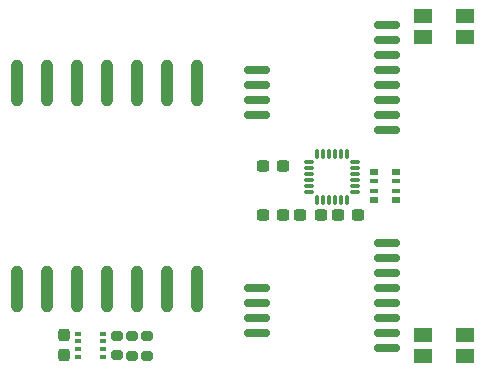
<source format=gbr>
%TF.GenerationSoftware,KiCad,Pcbnew,9.0.1-9.0.1-0~ubuntu22.04.1*%
%TF.CreationDate,2025-04-14T00:42:50-04:00*%
%TF.ProjectId,FlatSat,466c6174-5361-4742-9e6b-696361645f70,rev?*%
%TF.SameCoordinates,Original*%
%TF.FileFunction,Paste,Top*%
%TF.FilePolarity,Positive*%
%FSLAX46Y46*%
G04 Gerber Fmt 4.6, Leading zero omitted, Abs format (unit mm)*
G04 Created by KiCad (PCBNEW 9.0.1-9.0.1-0~ubuntu22.04.1) date 2025-04-14 00:42:50*
%MOMM*%
%LPD*%
G01*
G04 APERTURE LIST*
G04 Aperture macros list*
%AMRoundRect*
0 Rectangle with rounded corners*
0 $1 Rounding radius*
0 $2 $3 $4 $5 $6 $7 $8 $9 X,Y pos of 4 corners*
0 Add a 4 corners polygon primitive as box body*
4,1,4,$2,$3,$4,$5,$6,$7,$8,$9,$2,$3,0*
0 Add four circle primitives for the rounded corners*
1,1,$1+$1,$2,$3*
1,1,$1+$1,$4,$5*
1,1,$1+$1,$6,$7*
1,1,$1+$1,$8,$9*
0 Add four rect primitives between the rounded corners*
20,1,$1+$1,$2,$3,$4,$5,0*
20,1,$1+$1,$4,$5,$6,$7,0*
20,1,$1+$1,$6,$7,$8,$9,0*
20,1,$1+$1,$8,$9,$2,$3,0*%
G04 Aperture macros list end*
%ADD10RoundRect,0.075000X-0.075000X0.350000X-0.075000X-0.350000X0.075000X-0.350000X0.075000X0.350000X0*%
%ADD11RoundRect,0.075000X-0.350000X-0.075000X0.350000X-0.075000X0.350000X0.075000X-0.350000X0.075000X0*%
%ADD12RoundRect,0.150000X0.950000X-0.150000X0.950000X0.150000X-0.950000X0.150000X-0.950000X-0.150000X0*%
%ADD13R,0.500000X0.350000*%
%ADD14RoundRect,0.200000X0.275000X-0.200000X0.275000X0.200000X-0.275000X0.200000X-0.275000X-0.200000X0*%
%ADD15RoundRect,0.237500X0.300000X0.237500X-0.300000X0.237500X-0.300000X-0.237500X0.300000X-0.237500X0*%
%ADD16RoundRect,0.237500X0.237500X-0.300000X0.237500X0.300000X-0.237500X0.300000X-0.237500X-0.300000X0*%
%ADD17O,1.000000X4.000000*%
%ADD18R,1.600000X1.250000*%
%ADD19R,0.800000X0.500000*%
%ADD20R,0.800000X0.400000*%
G04 APERTURE END LIST*
D10*
%TO.C,U2*%
X6750000Y2700000D03*
X6250000Y2700000D03*
X5750000Y2700000D03*
X5250000Y2700000D03*
X4750000Y2700000D03*
X4250000Y2700000D03*
D11*
X3550000Y2000000D03*
X3550000Y1500000D03*
X3550000Y1000000D03*
X3550000Y500000D03*
X3550000Y0D03*
X3550000Y-500000D03*
D10*
X4250000Y-1200000D03*
X4750000Y-1200000D03*
X5250000Y-1200000D03*
X5750000Y-1200000D03*
X6250000Y-1200000D03*
X6750000Y-1200000D03*
D11*
X7450000Y-500000D03*
X7450000Y0D03*
X7450000Y500000D03*
X7450000Y1000000D03*
X7450000Y1500000D03*
X7450000Y2000000D03*
%TD*%
D12*
%TO.C,U6*%
X10200000Y-13720000D03*
X10200000Y-12450000D03*
X10200000Y-11180000D03*
X10200000Y-9910000D03*
X10200000Y-8640000D03*
X10200000Y-7370000D03*
X10200000Y-6100000D03*
X10200000Y-4830000D03*
X-800000Y-8640000D03*
X-800000Y-9910000D03*
X-800000Y-11180000D03*
X-800000Y-12450000D03*
%TD*%
D13*
%TO.C,U3*%
X-13910000Y-12505000D03*
X-13910000Y-13155000D03*
X-13910000Y-13805000D03*
X-13910000Y-14455000D03*
X-15960000Y-14455000D03*
X-15960000Y-13805000D03*
X-15960000Y-13155000D03*
X-15960000Y-12505000D03*
%TD*%
D14*
%TO.C,R6*%
X-12657500Y-14350000D03*
X-12657500Y-12700000D03*
%TD*%
D15*
%TO.C,C1*%
X1375000Y-2500000D03*
X-350000Y-2500000D03*
%TD*%
%TO.C,C5*%
X1375000Y1670000D03*
X-350000Y1670000D03*
%TD*%
%TO.C,C4*%
X4537500Y-2500000D03*
X2812500Y-2500000D03*
%TD*%
%TO.C,C2*%
X7712500Y-2500000D03*
X5987500Y-2500000D03*
%TD*%
D16*
%TO.C,C3*%
X-17210000Y-14342500D03*
X-17210000Y-12617500D03*
%TD*%
D17*
%TO.C,U1*%
X-21120000Y-8720000D03*
X-18580000Y-8720000D03*
X-16040000Y-8720000D03*
X-13500000Y-8720000D03*
X-10960000Y-8720000D03*
X-8420000Y-8720000D03*
X-5880000Y-8720000D03*
X-5880000Y8720000D03*
X-8420000Y8720000D03*
X-10960000Y8720000D03*
X-13500000Y8720000D03*
X-16040000Y8720000D03*
X-18580000Y8720000D03*
X-21120000Y8720000D03*
%TD*%
D18*
%TO.C,D2*%
X16750000Y12625000D03*
X16750000Y14375000D03*
X13250000Y14375000D03*
X13250000Y12625000D03*
%TD*%
%TO.C,D1*%
X13250000Y-12625000D03*
X13250000Y-14375000D03*
X16750000Y-14375000D03*
X16750000Y-12625000D03*
%TD*%
D14*
%TO.C,R5*%
X-11405000Y-14355000D03*
X-11405000Y-12705000D03*
%TD*%
D12*
%TO.C,U5*%
X10200000Y4780000D03*
X10200000Y6050000D03*
X10200000Y7320000D03*
X10200000Y8590000D03*
X10200000Y9860000D03*
X10200000Y11130000D03*
X10200000Y12400000D03*
X10200000Y13670000D03*
X-800000Y9860000D03*
X-800000Y8590000D03*
X-800000Y7320000D03*
X-800000Y6050000D03*
%TD*%
D19*
%TO.C,RN1*%
X9100000Y1200000D03*
D20*
X9100000Y400000D03*
X9100000Y-400000D03*
D19*
X9100000Y-1200000D03*
X10900000Y-1200000D03*
D20*
X10900000Y-400000D03*
X10900000Y400000D03*
D19*
X10900000Y1200000D03*
%TD*%
D14*
%TO.C,R4*%
X-10130000Y-14355000D03*
X-10130000Y-12705000D03*
%TD*%
M02*

</source>
